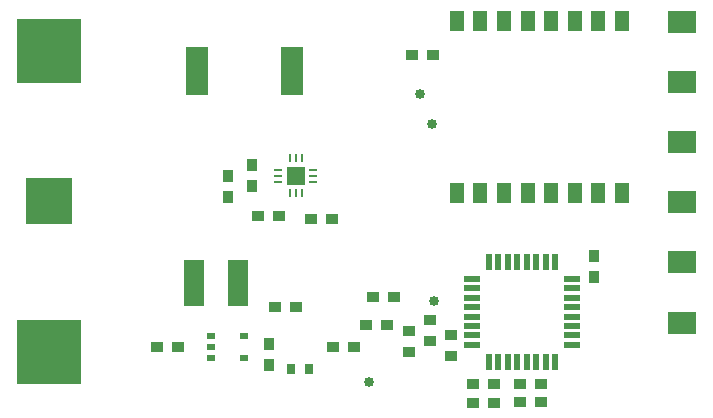
<source format=gbr>
G04 DesignSpark PCB Gerber Version 9.0 Build 5115 *
%FSLAX35Y35*%
%MOIN*%
%ADD88R,0.00781X0.02750*%
%ADD85R,0.01962X0.05407*%
%ADD99R,0.02946X0.03537*%
%ADD94R,0.03537X0.03891*%
%ADD98R,0.04718X0.06687*%
%ADD92R,0.06883X0.15742*%
%ADD84R,0.07474X0.16135*%
%ADD89R,0.06490X0.06490*%
%ADD91R,0.15348X0.15348*%
%ADD90R,0.21254X0.21254*%
%ADD96R,0.01962X0.00486*%
%ADD87R,0.02750X0.00781*%
%ADD83R,0.03143X0.01962*%
%ADD86R,0.05407X0.01962*%
%ADD93R,0.03891X0.03537*%
%ADD95R,0.03930X0.03540*%
%ADD97R,0.09600X0.07592*%
%ADD124C,0.03347*%
X0Y0D02*
D02*
D83*
X130083Y30378D03*
Y34118D03*
Y37858D03*
X141106Y30378D03*
Y37858D03*
D02*
D84*
X125545Y126234D03*
X157041D03*
D02*
D85*
X222789Y29234D03*
Y62604D03*
X225939Y29234D03*
Y62604D03*
X229089Y29234D03*
Y62604D03*
X232238Y29234D03*
Y62604D03*
X235388Y29234D03*
Y62604D03*
X238537Y29234D03*
Y62604D03*
X241687Y29234D03*
Y62604D03*
X244837Y29234D03*
Y62604D03*
D02*
D86*
X217128Y34896D03*
Y38045D03*
Y41195D03*
Y44344D03*
Y47494D03*
Y50644D03*
Y53793D03*
Y56943D03*
X250498Y34896D03*
Y38045D03*
Y41195D03*
Y44344D03*
Y47494D03*
Y50644D03*
Y53793D03*
Y56943D03*
D02*
D87*
X152522Y89329D03*
Y91297D03*
Y93266D03*
X164333Y89329D03*
Y91297D03*
Y93266D03*
D02*
D88*
X156459Y85392D03*
Y97203D03*
X158427Y85392D03*
Y97203D03*
X160396Y85392D03*
Y97203D03*
D02*
D89*
X158427Y91297D03*
D02*
D90*
X76132Y32589D03*
Y132982D03*
D02*
D91*
Y82785D03*
D02*
D92*
X124659Y55368D03*
X139030D03*
D02*
D93*
X112094Y34118D03*
X119094D03*
X145766Y77809D03*
X151671Y47494D03*
X152766Y77809D03*
X158671Y47494D03*
X163384Y76726D03*
X170384D03*
X170789Y34341D03*
X177789D03*
X181691Y41427D03*
X184152Y50939D03*
X188691Y41427D03*
X191152Y50939D03*
X197045Y131451D03*
X204045D03*
X217518Y15604D03*
Y21707D03*
X224518Y15604D03*
Y21707D03*
X233167Y15703D03*
Y21707D03*
X240167Y15703D03*
Y21707D03*
D02*
D94*
X135978Y84348D03*
Y91348D03*
X143951Y87695D03*
Y94695D03*
X149364Y28246D03*
Y35246D03*
X257829Y57380D03*
Y64380D03*
D02*
D95*
X196018Y32675D03*
Y39675D03*
X203301Y36317D03*
Y43317D03*
X210289Y31100D03*
Y38100D03*
D02*
D96*
X167337Y43951D03*
Y45526D03*
Y47100D03*
Y48675D03*
Y50250D03*
X174817Y43951D03*
Y45526D03*
Y47100D03*
Y48675D03*
Y50250D03*
D02*
D97*
X287061Y42278D03*
Y62356D03*
Y82435D03*
Y102514D03*
Y122593D03*
Y142671D03*
D02*
D98*
X212073Y85683D03*
Y142770D03*
X219947Y85683D03*
Y142770D03*
X227821Y85683D03*
Y142770D03*
X235695Y85683D03*
Y142770D03*
X243569Y85683D03*
Y142770D03*
X251443Y85683D03*
Y142770D03*
X259317Y85683D03*
Y142770D03*
X267191Y85683D03*
Y142770D03*
D02*
D99*
X156695Y26868D03*
X162994D03*
D02*
D124*
X182730Y22494D03*
X199955Y118656D03*
X203990Y108419D03*
X204482Y49659D03*
X0Y0D02*
M02*

</source>
